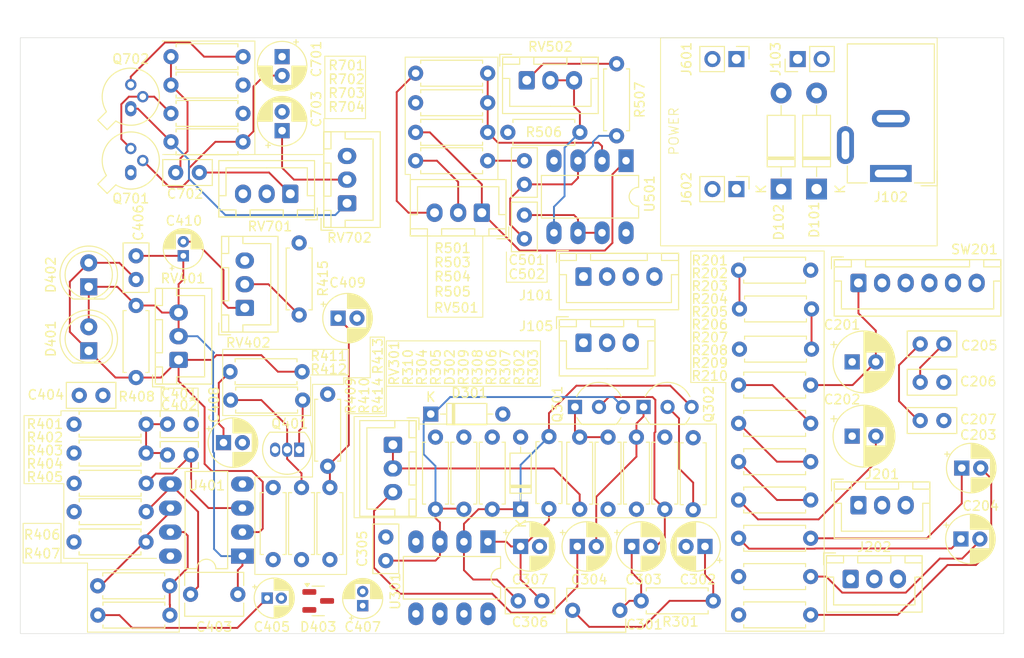
<source format=kicad_pcb>
(kicad_pcb (version 20240108) (generator "pcbnew") (generator_version "8.0")
  (layers (0 "F.Cu" signal) (31 "B.Cu" signal) (34 "B.Paste" user) (35 "F.Paste" user) (36 "B.SilkS" user "B.Silkscreen") (37 "F.SilkS" user "F.Silkscreen") (38 "B.Mask" user) (39 "F.Mask" user) (44 "Edge.Cuts" user))
  (net 0 "")
  (net 1 "Net-(C201-Pad1)")
  (net 2 "Net-(SW201A-A)")
  (net 3 "Net-(C202-Pad1)")
  (net 4 "Net-(SW201B-A)")
  (net 5 "Net-(SW201A-B)")
  (net 6 "PREAMP_IN_P")
  (net 7 "Net-(SW201B-B)")
  (net 8 "PREAMP_IN_N")
  (net 9 "GND")
  (net 10 "Net-(Q302-B)")
  (net 11 "Net-(Q301-B)")
  (net 12 "Net-(C304-Pad1)")
  (net 13 "Net-(Q302-E)")
  (net 14 "Net-(D301-K)")
  (net 15 "VEE")
  (net 16 "Net-(C306-Pad2)")
  (net 17 "Net-(D302-K)")
  (net 18 "Net-(J101-Pin_1)")
  (net 19 "Net-(D401-A)")
  (net 20 "Net-(U401B-+)")
  (net 21 "Net-(C404-Pad2)")
  (net 22 "Net-(C405-Pad1)")
  (net 23 "Net-(C405-Pad2)")
  (net 24 "Net-(D401-K)")
  (net 25 "Net-(D403-A)")
  (net 26 "Net-(C408-Pad1)")
  (net 27 "Net-(Q401-D)")
  (net 28 "/Compressor/VBIAS")
  (net 29 "Net-(C410-Pad2)")
  (net 30 "Net-(C501-Pad1)")
  (net 31 "Net-(U501A-+)")
  (net 32 "Net-(U501B--)")
  (net 33 "Net-(Q701-B)")
  (net 35 "Net-(C702-Pad2)")
  (net 36 "Net-(C702-Pad1)")
  (net 37 "Net-(C703-Pad1)")
  (net 38 "Net-(D101-A)")
  (net 39 "VCC")
  (net 40 "Net-(D102-A)")
  (net 42 "Net-(Q301-E)")
  (net 43 "Net-(Q401-G)")
  (net 44 "Net-(Q701-C)")
  (net 45 "Net-(Q702-C)")
  (net 46 "Net-(Q702-E)")
  (net 48 "Net-(SW201A-C)")
  (net 49 "Net-(SW201B-C)")
  (net 50 "Net-(J201-Pad2)")
  (net 51 "Net-(R204-Pad1)")
  (net 52 "Net-(R206-Pad1)")
  (net 53 "Net-(R308-Pad1)")
  (net 54 "Net-(C401-Pad1)")
  (net 55 "COMP_IN")
  (net 56 "Net-(U401A-+)")
  (net 57 "Net-(U401B--)")
  (net 58 "Net-(R406-Pad1)")
  (net 59 "COMP_OUT")
  (net 60 "Net-(R415-Pad1)")
  (net 61 "Net-(J201-Pad1)")
  (net 62 "Net-(U501A--)")
  (net 63 "EQ_OUT")
  (net 64 "Net-(R505-Pad1)")
  (net 65 "Net-(U501B-+)")
  (net 66 "Net-(R507-Pad1)")
  (net 67 "FUZZ_OUT")
  (net 69 "Net-(U301B--)")
  (footprint "Capacitor_THT:C_Disc_D5.0mm_W2.5mm_P2.50mm" (layer "F.Cu") (at 150.855 156.625)
    (property "Reference" "C205")
    (property "Value" "100pF")
  )
  (footprint "Connector_JST:JST_XH_B3B-XH-A_1x03_P2.50mm_Vertical" (layer "F.Cu") (at 144.325 173.675)
    (property "Reference" "J201")
    (property "Value" "~")
  )
  (footprint "Diode_THT:D_DO-41_SOD81_P10.16mm_Horizontal" (layer "F.Cu") (at 136.15 140.25 90)
    (property "Reference" "D102")
    (property "Value" "1N5819")
  )
  (footprint "Capacitor_THT:C_Disc_D5.0mm_W2.5mm_P2.50mm" (layer "F.Cu") (at 94.35 179.54 90)
    (property "Reference" "C305")
    (property "Value" "100pF")
  )
  (footprint "Capacitor_THT:CP_Radial_D5.0mm_P2.00mm" (layer "F.Cu") (at 120.35 178.04)
    (property "Reference" "C303")
    (property "Value" "100uF")
  )
  (footprint "Connector_JST:JST_XH_B3B-XH-A_1x03_P2.50mm_Vertical" (layer "F.Cu") (at 79.435 152.81 90)
    (property "Reference" "RV402")
    (property "Value" "10k")
  )
  (footprint "Package_TO_SOT_THT:TO-92_Inline" (layer "F.Cu") (at 85.185 167.81 180)
    (property "Reference" "Q401")
    (property "Value" "2N5457")
  )
  (footprint "Capacitor_THT:CP_Radial_D6.3mm_P2.50mm" (layer "F.Cu") (at 143.660241 166.375)
    (property "Reference" "C202")
    (property "Value" "47uF")
  )
  (footprint "Resistor_THT:R_Axial_DIN0207_L6.3mm_D2.5mm_P7.62mm_Horizontal" (layer "F.Cu") (at 71.63 132.25)
    (property "Reference" "R703")
    (property "Value" "33k")
  )
  (footprint "Connector_JST:JST_XH_B3B-XH-A_1x03_P2.50mm_Vertical" (layer "F.Cu") (at 84.25 140.75 180)
    (property "Reference" "RV701")
    (property "Value" "500k")
  )
  (footprint "Resistor_THT:R_Axial_DIN0207_L6.3mm_D2.5mm_P7.62mm_Horizontal" (layer "F.Cu") (at 61.38 165.11)
    (property "Reference" "R401")
    (property "Value" "200R")
  )
  (footprint "Resistor_THT:R_Axial_DIN0207_L6.3mm_D2.5mm_P7.62mm_Horizontal" (layer "F.Cu") (at 114.85 174.1 90)
    (property "Reference" "R308")
    (property "Value" "33R")
  )
  (footprint "Package_DIP:DIP-8_W7.62mm_LongPads" (layer "F.Cu") (at 79.185 179.06 180)
    (property "Reference" "U401")
    (property "Value" "TL072")
  )
  (footprint "Resistor_THT:R_Axial_DIN0207_L6.3mm_D2.5mm_P7.62mm_Horizontal" (layer "F.Cu") (at 131.655 169.075)
    (property "Reference" "R206")
    (property "Value" "560R")
  )
  (footprint "Resistor_THT:R_Axial_DIN0207_L6.3mm_D2.5mm_P7.62mm_Horizontal" (layer "F.Cu") (at 79.25 129.25 180)
    (property "Reference" "R702")
    (property "Value" "330R")
  )
  (footprint "LED_THT:LED_D5.0mm_FlatTop" (layer "F.Cu") (at 62.935 157.35 90)
    (property "Reference" "D401")
    (property "Value" "LED")
  )
  (footprint "Resistor_THT:R_Axial_DIN0207_L6.3mm_D2.5mm_P7.62mm_Horizontal" (layer "F.Cu") (at 126.85 166.54 -90)
    (property "Reference" "R303")
    (property "Value" "47k")
  )
  (footprint "Capacitor_THT:CP_Radial_D4.0mm_P1.50mm" (layer "F.Cu") (at 72.935 147.31 90)
    (property "Reference" "C410")
    (property "Value" "10uF")
  )
  (footprint "Connector_PinHeader_2.54mm:PinHeader_1x02_P2.54mm_Vertical" (layer "F.Cu") (at 137.9 126.5 90)
    (property "Reference" "J103")
    (property "Value" "BATT_CONN")
  )
  (footprint "Capacitor_THT:C_Disc_D5.0mm_W2.5mm_P2.50mm" (layer "F.Cu") (at 108.35 183.79)
    (property "Reference" "C306")
    (property "Value" "100pF")
  )
  (footprint "Connector_BarrelJack:BarrelJack_Wuerth_6941xx301002" (layer "F.Cu") (at 147.75 138.6 180)
    (property "Reference" "J102")
    (property "Value" "Barrel_Jack")
  )
  (footprint "Resistor_THT:R_Axial_DIN0207_L6.3mm_D2.5mm_P7.62mm_Horizontal" (layer "F.Cu") (at 120.85 166.48 -90)
    (property "Reference" "R307")
    (property "Value" "15k")
  )
  (footprint "Resistor_THT:R_Axial_DIN0207_L6.3mm_D2.5mm_P7.62mm_Horizontal" (layer "F.Cu") (at 85.435 171.81 -90)
    (property "Reference" "R410")
    (property "Value" "1Meg")
  )
  (footprint "Resistor_THT:R_Axial_DIN0207_L6.3mm_D2.5mm_P7.62mm_Horizontal" (layer "F.Cu") (at 61.39 171.36)
    (property "Reference" "R403")
    (property "Value" "1Meg")
  )
  (footprint "Capacitor_THT:CP_Radial_D5.0mm_P2.00mm" (layer "F.Cu") (at 83.38 134.075 90)
    (property "Reference" "C703")
    (property "Value" "2.2uF")
  )
  (footprint "Capacitor_THT:CP_Radial_D4.0mm_P1.50mm" (layer "F.Cu") (at 91.9 184.3 90)
    (property "Reference" "C407")
    (property "Value" "10uF")
  )
  (footprint "Capacitor_THT:CP_Radial_D5.0mm_P2.00mm" (layer "F.Cu") (at 83.38 126.25 -90)
    (property "Reference" "C701")
    (property "Value" "2.2uF")
  )
  (footprint "Connector_JST:JST_XH_B3B-XH-A_1x03_P2.50mm_Vertical" (layer "F.Cu") (at 115.25 156.5)
    (property "Reference" "J105")
    (property "Value" "~")
  )
  (footprint "Resistor_THT:R_Axial_DIN0207_L6.3mm_D2.5mm_P7.62mm_Horizontal" (layer "F.Cu") (at 105.12 134.25 180)
    (property "Reference" "R504")
    (property "Value" "22k")
  )
  (footprint "Connector_JST:JST_XH_B3B-XH-A_1x03_P2.50mm_Vertical" (layer "F.Cu") (at 109.25 128.75)
    (property "Reference" "RV502")
    (property "Value" "100k")
  )
  (footprint "Resistor_THT:R_Axial_DIN0207_L6.3mm_D2.5mm_P7.62mm_Horizontal" (layer "F.Cu") (at 121.35 183.79)
    (property "Reference" "R301")
    (property "Value" "3.3k")
  )
  (footprint "Resistor_THT:R_Axial_DIN0207_L6.3mm_D2.5mm_P7.62mm_Horizontal" (layer "F.Cu") (at 105.6 166.48 -90)
    (property "Reference" "R305")
    (property "Value" "4.7k")
  )
  (footprint "Capacitor_THT:C_Disc_D5.0mm_W2.5mm_P2.50mm" (layer "F.Cu") (at 150.855 160.675)
    (property "Reference" "C206")
    (property "Value" "100pF")
  )
  (footprint "Package_DIP:DIP-8_W7.62mm_LongPads" (layer "F.Cu") (at 119.75 137.25 -90)
    (property "Reference" "U501")
    (property "Value" "TL072")
  )
  (footprint "Resistor_THT:R_Axial_DIN0207_L6.3mm_D2.5mm_P7.62mm_Horizontal" (layer "F.Cu") (at 131.655 160.975)
    (property "Reference" "R204")
    (property "Value" "3.9k")
  )
  (footprint "Resistor_THT:R_Axial_DIN0207_L6.3mm_D2.5mm_P7.62mm_Horizontal" (layer "F.Cu") (at 61.39 174.36)
    (property "Reference" "R404")
    (property "Value" "1Meg")
  )
  (footprint "Connector_JST:JST_XH_B6B-XH-A_1x06_P2.50mm_Vertical" (layer "F.Cu") (at 144.325 150.175)
    (property "Reference" "SW201")
    (property "Value" "SW_DPDT_x2")
  )
  (footprint "Package_TO_SOT_THT:TO-92_Inline_Wide" (layer "F.Cu") (at 114.35 163.29)
    (property "Reference" "Q301")
    (property "Value" "2N3906")
  )
  (footprint "Connector_JST:JST_XH_B3B-XH-A_1x03_P2.50mm_Vertical" (layer "F.Cu") (at 143.5 181.475)
    (property "Reference" "J202")
    (property "Value" "XLR3")
  )
  (footprint "Resistor_THT:R_Axial_DIN0207_L6.3mm_D2.5mm_P7.62mm_Horizontal" (layer "F.Cu") (at 99.6 174.1 90)
    (property "Reference" "R310")
    (property "Value" "22k")
  )
  (footprint "Connector_JST:JST_XH_B4B-XH-A_1x04_P2.50mm_Vertical" (layer "F.Cu") (at 115.25 149.5)
    (property "Reference" "J101")
    (property "Value" "JST XH-B4B")
  )
  (footprint "Diode_THT:D_DO-41_SOD81_P10.16mm_Horizontal" (layer "F.Cu") (at 139.9 140.25 90)
    (property "Reference" "D101")
    (property "Value" "1N5819")
  )
  (footprint "Connector_JST:JST_XH_B3B-XH-A_1x03_P2.50mm_Vertical" (layer "F.Cu") (at 72.435 158.31 90)
    (property "Reference" "RV401")
    (property "Value" "10k")
  )
  (footprint "Resistor_THT:R_Axial_DIN0207_L6.3mm_D2.5mm_P7.62mm_Horizontal" (layer "F.Cu") (at 139.365 152.925 180)
    (property "Reference" "R202")
    (property "Value" "820R")
  )
  (footprint "Resistor_THT:R_Axial_DIN0207_L6.3mm_D2.5mm_P7.62mm_Horizontal" (layer "F.Cu") (at 67.935 152.56 -90)
    (property "Reference" "R408")
    (property "Value" "5.1k")
  )
  (footprint "LED_THT:LED_D5.0mm_FlatTop" (layer "F.Cu") (at 62.935 150.585 90)
    (property "Reference" "D402")
    (property "Value" "LED")
  )
  (footprint "Resistor_THT:R_Axial_DIN0207_L6.3mm_D2.5mm_P7.62mm_Horizontal" (layer "F.Cu") (at 85.185 153.56 90)
    (property "Reference" "R415")
    (property "Value" "200R")
  )
  (footprint "Resistor_THT:R_Axial_DIN0207_L6.3mm_D2.5mm_P7.62mm_Horizontal" (layer "F.Cu") (at 117.85 166.48 -90)
    (property "Reference" "R306")
    (property "Value" "15k")
  )
  (footprint "Resistor_THT:R_Axial_DIN0207_L6.3mm_D2.5mm_P7.62mm_Horizontal" (layer "F.Cu") (at 88.435 179.43 90)
    (property "Reference" "R414")
    (property "Value" "47k")
  )
  (footprint "Resistor_THT:R_Axial_DIN0207_L6.3mm_D2.5mm_P7.62mm_Horizontal" (layer "F.Cu") (at 111.6 174.04 90)
    (property "Reference" "R309")
    (property "Value" "22k")
  )
  (footprint "Resistor_THT:R_Axial_DIN0207_L6.3mm_D2.5mm_P7.62mm_Horizontal" (layer "F.Cu") (at 123.85 166.48 -90)
    (property "Reference" "R302")
    (property "Value" "47k")
  )
  (footprint "Connector_PinHeader_2.54mm:PinHeader_1x02_P2.54mm_Vertical" (layer "F.Cu") (at 131.425 126.5 -90)
    (property "Reference" "J601")
    (property "Value" "Conn_01x02_Pin")
  )
  (footprint "Connector_JST:JST_XH_B3B-XH-A_1x03_P2.50mm_Vertical" (layer "F.Cu") (at 90.25 141.75 90)
    (property "Reference" "RV702")
    (property "Value" "1k")
  )
  (footprint "Capacitor_THT:CP_Radial_D5.0mm_P2.00mm" (layer "F.Cu") (at 155.25 169.75)
    (property "Reference" "C203")
    (property "Value" "100uF")
  )
  (footprint "Resistor_THT:R_Axial_DIN0207_L6.3mm_D2.5mm_P7.62mm_Horizontal" (layer "F.Cu") (at 85.495 159.56 180)
    (property "Reference" "R411")
    (property "Value" "22R")
  )
  (footprint "Capacitor_THT:CP_Radial_D4.0mm_P1.50mm" (layer "F.Cu") (at 81.8 183.5)
    (property "Reference" "C405")
    (property "Value" "10uF")
  )
  (footprint "Resistor_THT:R_Axial_DIN0207_L6.3mm_D2.5mm_P7.62mm_Horizontal" (layer "F.Cu") (at 88.2 169.56 90)
    (property "Reference" "R413")
    (property "Value" "39k")
  )
  (footprint "Capacitor_THT:C_Disc_D5.0mm_W2.5mm_P2.50mm" (layer "F.Cu") (at 64.435 162.06 180)
    (property "Reference" "C404")
    (property "Value" "0.22uF")
  )
  (footprint "Diode_THT:D_DO-35_SOD27_P7.62mm_Horizontal" (layer "F.Cu") (at 99.1 164.04)
    (property "Reference" "D301")
    (property "Value" "1N4148")
  )
  (footprint "Resistor_THT:R_Axial_DIN0207_L6.3mm_D2.5mm_P7.62mm_Horizontal" (layer "F.Cu") (at 131.655 148.825)
    (property "Reference" "R201")
    (property "Value" "10k")
  )
  (footprint "Capacitor_THT:C_Disc_D5.0mm_W2.5mm_P2.50mm" (layer "F.Cu") (at 109 143 -90)
    (property "Reference" "C502")
    (property "Value" "0.047uF")
  )
  (footprint "Resistor_THT:R_Axial_DIN0207_L6.3mm_D2.5mm_P7.62mm_Horizontal" (layer "F.Cu") (at 82.435 171.81 -90)
    (property "Reference" "R409")
    (property "Value" "10k")
  )
  (footprint "Package_TO_SOT_THT:TO-92_Inline_Wide" (layer "F.Cu") (at 121.6 163.29)
    (property "Reference" "Q302")
    (property "Value" "2N3906")
  )
  (footprint "Resistor_THT:R_Axial_DIN0207_L6.3mm_D2.5mm_P7.62mm_Horizontal" (layer "F.Cu") (at 71.63 135.25)
    (property "Reference" "R704")
    (property "Value" "100k")
  )
  (footprint "Package_TO_SOT_THT:TO-18-3" (layer "F.Cu") (at 67.38 138.5 90)
    (property "Reference" "Q701")
    (property "Value" "BC109")
  )
  (footprint "Package_TO_SOT_THT:TO-18-3" (layer "F.Cu") (at 67.38 131.75 90)
    (property "Reference" "Q702")
    (property "Value" "BC109")
  )
  (footprint "Diode_THT:D_DO-35_SOD27_P7.62mm_Horizontal" (layer "F.Cu") (at 108.6 174.1 90)
    (property "Reference" "D302")
    (property "Value" "1N4148")
  )
  (footprint "Capacitor_THT:CP_Radial_D5.0mm_P2.00mm" (layer "F.Cu") (at 155.164775 177.25)
    (property "Reference" "C204")
    (property "Value" "100uF")
  )
  (footprint "Package_DIP:DIP-8_W7.62mm_LongPads" (layer "F.Cu") (at 105.15 177.54 -90)
    (property "Reference" "U301")
    (property "Value" "TL072")
  )
  (footprint "Capacitor_THT:CP_Radial_D5.0mm_P2.00mm" (layer "F.Cu") (at 89.3 153.9)
    (property "Reference" "C409")
    (property "Value" "100uF")
  )
  (footprint "Resistor_THT:R_Axial_DIN0207_L6.3mm_D2.5mm_P7.62mm_Horizontal" (layer "F.Cu") (at 61.375 177.56)
    (property "Reference" "R405")
    (property "Value" "10k")
  )
  (footprint "Resistor_THT:R_Axial_DIN0207_L6.3mm_D2.5mm_P7.62mm_Horizontal" (layer "F.Cu") (at 71.63 126.25)
    (property "Reference" "R701")
    (property "Value" "8.2k")
  )
  (footprint "Capacitor_THT:CP_Radial_D5.0mm_P2.00mm" (layer "F.Cu") (at 114.6 178.04)
    (property "Reference" "C304")
    (property "Value" "100uF")
  )
  (footprint "Package_TO_SOT_SMD:SOT-23" (layer "F.Cu") (at 87.2 183.8)
    (property "Reference" "D403")
    (property "Value" "BAR43S")
  )
  (footprint "Capacitor_THT:CP_Radial_D6.3mm_P2.50mm" (layer "F.Cu") (at 143.660241 158.525)
    (property "Reference" "C201")
    (property "Value" "47uF")
  )
  (footprint "Capacitor_THT:C_Disc_D6.0mm_W4.4mm_P5.00mm" (layer "F.Cu") (at 78.7 183.1 180)
    (property "Reference" "C403")
    (property "Value" "1500pF")
  )
  (footprint "Resistor_THT:R_Axial_DIN0207_L6.3mm_D2.5mm_P7.62mm_Horizontal" (layer "F.Cu") (at 131.655 185.275)
    (property "Reference" "R210")
    (property "Value" "47k")
  )
  (footprint "Resistor_THT:R_Axial_DIN0207_L6.3mm_D2.5mm_P7.62mm_Horizontal" (layer "F.Cu") (at 61.38 168.16)
    (property "Reference" "R402")
    (property "Value" "1Meg")
  )
  (footprint "Resistor_THT:R_Axial_DIN0207_L6.3mm_D2.5mm_P7.62mm_Horizontal" (layer "F.Cu") (at 131.655 181.225)
    (property "Reference" "R209")
    (property "Value" "47k")
  )
  (footprint "Resistor_THT:R_Axial_DIN0207_L6.3mm_D2.5mm_P7.62mm_Horizontal" (layer "F.Cu") (at 71.5 182.2 180)
    (property "Reference" "R406")
    (property "Value" "39k")
  )
  (footprint "Resistor_THT:R_Axial_DIN0207_L6.3mm_D2.5mm_P7.62mm_Horizontal" (layer "F.Cu") (at 102.6 166.48 -90)
    (property "Reference" "R304")
    (property "Value" "4.7k")
  )
  (footprint "Connector_JST:JST_XH_B3B-XH-A_1x03_P2.50mm_Vertical" (layer "F.Cu") (at 95.1 167.29 -90)
    (property "Reference" "RV301")
    (property "Value" "10k")
  )
  (footprint "Capacitor_THT:C_Disc_D3.8mm_W2.6mm_P2.50mm" (layer "F.Cu") (at 71.26 165.11)
    (property "Reference" "C401")
    (property "Value" "100pF")
  )
  (footprint "Resistor_THT:R_Axial_DIN0207_L6.3mm_D2.5mm_P7.62mm_Horizontal" (layer "F.Cu") (at 97.5 128)
    (property "Reference" "R501")
    (property "Value" "22k")
  )
  (footprint "Capacitor_THT:CP_Radial_D5.0mm_P2.00mm" (layer "F.Cu") (at 77.185 167.06)
    (property "Reference" "C408")
    (property "Value" "100uF")
  )
  (footprint "Capacitor_THT:C_Disc_D6.0mm_W4.4mm_P5.00mm" (layer "F.Cu") (at 114.1 184.79)
    (property "Reference" "C301")
    (property "Value" "1nF")
  )
  (footprint "Resistor_THT:R_Axial_DIN0207_L6.3mm_D2.5mm_P7.62mm_Horizontal" (layer "F.Cu") (at 97.5 137.25)
    (property "Reference" "R505")
    (property "Value" "15k")
  )
  (footprint "Capacitor_THT:C_Disc_D5.0mm_W2.5mm_P2.50mm" (layer "F.Cu") (at 72.13 138.5)
    (property "Reference" "C702")
    (property "Value" "0.01uF")
  )
  (footprint "Resistor_THT:R_Axial_DIN0207_L6.3mm_D2.5mm_P7.62mm_Horizontal" (layer "F.Cu") (at 131.655 173.125)
    (property "Reference" "R207")
    (property "Value" "3.9k")
  )
  (footprint "Resistor_THT:R_Axial_DIN0207_L6.3mm_D2.5mm_P7.62mm_Horizontal" (layer "F.Cu") (at 139.365 157.175 180)
    (property "Reference" "R203")
    (property "Value" "10k")
  )
  (footprint "Resistor_THT:R_Axial_DIN0207_L6.3mm_D2.5mm_P7.62mm_Horizontal" (layer "F.Cu") (at 77.935 162.56)
    (property "Reference" "R412")
    (property "Value" "1Meg")
  )
  (footprint "Capacitor_THT:CP_Radial_D5.0mm_P2.00mm" (layer "F.Cu") (at 108.6 178.04)
    (property "Reference" "C307")
    (property "Value" "47uF")
  )
  (footprint "Resistor_THT:R_Axial_DIN0207_L6.3mm_D2.5mm_P7.62mm_Horizontal" (layer "F.Cu") (at 63.9 185.3)
    (property "Reference" "R407")
    (property "Value" "22R")
  )
  (footprint "Capacitor_THT:C_Disc_D5.0mm_W2.5mm_P2.50mm" (layer "F.Cu") (at 150.855 164.725)
    (property "Reference" "C207")
    (property "Value" "100pF")
  )
  (footprint "Capacitor_THT:C_Disc_D5.0mm_W2.5mm_P2.50mm" (layer "F.Cu") (at 109 137.25 -90)
    (property "Reference" "C501")
    (property "Value" "0.033uF")
  )
  (footprint "Resistor_THT:R_Axial_DIN0207_L6.3mm_D2.5mm_P7.62mm_Horizontal" (layer "F.Cu") (at 118.75 127 -90)
    (property "Reference" "R507")
    (property "Value" "1k")
  )
  (footprint "Capacitor_THT:C_Disc_D3.8mm_W2.6mm_P2.50mm" (layer "F.Cu") (at 71.26 168.36)
    (property "Reference" "C402")
    (property "Value" "0.033uF")
  )
  (footprint "Resistor_THT:R_Axial_DIN0207_L6.3mm_D2.5mm_P7.62mm_Horizontal" (layer "F.Cu") (at 131.655 177.175)
    (property "Reference" "R208")
    (property "Value" "3.3k")
  )
  (footprint "Connector_PinHeader_2.54mm:PinHeader_1x02_P2.54mm_Vertical" (layer "F.Cu") (at 131.425 140.25 -90)
    (property "Reference" "J602")
    (property "Value" "Conn_01x02_Pin")
  )
  (footprint "Capacitor_THT:C_Disc_D5.0mm_W2.5mm_P2.50mm" (layer "F.Cu") (at 67.935 149.81 90)
    (property "Reference" "C406")
    (property "Value" "0.015uF")
  )
  (footprint "Resistor_THT:R_Axial_DIN0207_L6.3mm_D2.5mm_P7.62mm_Horizontal" (layer "F.Cu") (at 107.25 134.25)
    (property "Reference" "R506")
    (property "Value" "10k")
  )
  (footprint "Resistor_THT:R_Axial_DIN0207_L6.3mm_D2.5mm_P7.62mm_Horizontal" (layer "F.Cu") (at 131.655 165.025)
    (property "Reference" "R205")
    (property "Value" "560R")
  )
  (footprint "Resistor_THT:R_Axial_DIN0207_L6.3mm_D2.5mm_P7.62mm_Horizontal" (layer "F.Cu") (at 97.5 131.12)
    (property "Reference" "R503")
    (property "Value" "220k")
  )
  (footprint "Connector_JST:JST_XH_B3B-XH-A_1x03_P2.50mm_Vertical" (layer "F.Cu") (at 104.5 142.75 180)
    (property "Reference" "RV501")
    (property "Value" "10k")
  )
  (footprint "Capacitor_THT:CP_Radial_D5.0mm_P2.00mm" (layer "F.Cu") (at 128.1 178.04 180)
    (property "Reference" "C302")
    (property "Value" "100uF")
  )
  (footprint "MountingHole:MountingHole_4.3mm_M4_DIN965" (layer "B.Cu") (at 156.7 127.25 180)
    (property "Reference" "H102" (hide yes))
    (property "Value" "MountingHole")
  )
  (footprint "MountingHole:MountingHole_4.3mm_M4_DIN965" (layer "B.Cu") (at 58.7 184.25 180)
    (property "Reference" "H103" (hide yes))
    (property "Value" "MountingHole")
  )
  (footprint "MountingHole:MountingHole_4.3mm_M4_DIN965" (layer "B.Cu") (at 58.7 127.25 180)
    (property "Reference" "H101" (hide yes))
    (property "Value" "MountingHole")
  )
  (footprint "MountingHole:MountingHole_4.3mm_M4_DIN965" (layer "B.Cu") (at 156.7 184.25 180)
    (property "Reference" "H104" (hide yes))
    (property "Value" "MountingHole")
  )
  (gr_line (start 98.75 153.8) (end 104.6 153.8) (stroke (width 0.1)) (layer "F.SilkS"))
  (gr_line (start 60 175.6) (end 60 179.8) (stroke (width 0.1)) (layer "F.SilkS"))
  (gr_line (start 92.2 132.8) (end 87.8 132.8) (stroke (width 0.1)) (layer "F.SilkS"))
  (gr_line (start 130.3 160.7) (end 126.6 160.7) (stroke (width 0.1)) (layer "F.SilkS"))
  (gr_line (start 126.6 160.7) (end 126.6 160.6) (stroke (width 0.1)) (layer "F.SilkS"))
  (gr_line (start 90.4 157.2) (end 90.2 157.2) (stroke (width 0.1)) (layer "F.SilkS"))
  (gr_line (start 86.4 159.9) (end 90.4 159.9) (stroke (width 0.1)) (layer "F.SilkS"))
  (gr_line (start 89.9 160.2) (end 89.9 160.9) (stroke (width 0.1)) (layer "F.SilkS"))
  (gr_line (start 60.3 179.3) (end 60.3 171.4) (stroke (width 0.1)) (layer "F.SilkS"))
  (gr_line (start 90.2 164) (end 94.2 164) (stroke (width 0.1)) (layer "F.SilkS"))
  (gr_line (start 94.4 164.3) (end 91 164.3) (stroke (width 0.1)) (layer "F.SilkS"))
  (gr_line (start 56 179.8) (end 56 179.2) (stroke (width 0.1)) (layer "F.SilkS"))
  (gr_line (start 60 179.8) (end 62.8 179.8) (stroke (width 0.1)) (layer "F.SilkS"))
  (gr_line (start 88.3 126.2) (end 87.9 126.2) (stroke (width 0.1)) (layer "F.SilkS"))
  (gr_line (start 92.7 155.9) (end 92.7 160.2) (stroke (width 0.1)) (layer "F.SilkS"))
  (gr_line (start 140.7 187) (end 130.3 187) (stroke (width 0.1)) (layer "F.SilkS"))
  (gr_line (start 90.4 159.9) (end 90.4 157.2) (stroke (width 0.1)) (layer "F.SilkS"))
  (gr_line (start 89.9 160.9) (end 86.6 160.9) (stroke (width 0.1)) (layer "F.SilkS"))
  (gr_line (start 87.9 126.2) (end 87.9 132.8) (stroke (width 0.1)) (layer "F.SilkS"))
  (gr_line (start 111.4 150.1) (end 111.4 147.2) (stroke (width 0.1)) (layer "F.SilkS"))
  (gr_line (start 77.1 164.2) (end 86.4 164.2) (stroke (width 0.1)) (layer "F.SilkS"))
  (gr_line (start 56 175.6) (end 60 175.6) (stroke (width 0.1)) (layer "F.SilkS"))
  (gr_line (start 96.4 126.3) (end 106.2 126.3) (stroke (width 0.1)) (layer "F.SilkS"))
  (gr_line (start 86.6 170.7) (end 80.5 170.7) (stroke (width 0.1)) (layer "F.SilkS"))
  (gr_line (start 62.8 179.8) (end 62.8 187.1) (stroke (width 0.1)) (layer "F.SilkS"))
  (gr_line (start 80.5 181) (end 90.2 181) (stroke (width 0.1)) (layer "F.SilkS"))
  (gr_line (start 56.1 171.4) (end 56.1 164.2) (stroke (width 0.1)) (layer "F.SilkS"))
  (gr_line (start 72.5 187.1) (end 72.5 180.5) (stroke (width 0.1)) (layer "F.SilkS"))
  (gr_line (start 70.1 179.3) (end 60.3 179.3) (stroke (width 0.1)) (layer "F.SilkS"))
  (gr_line (start 87.8 132.8) (end 87.8 136.6) (stroke (width 0.1)) (layer "F.SilkS"))
  (gr_line (start 72.5 180.5) (end 62.8 180.5) (stroke (width 0.1)) (layer "F.SilkS"))
  (gr_line (start 96.4 138.7) (end 96.4 126.3) (stroke (width 0.1)) (layer "F.SilkS"))
  (gr_line (start 60.3 171.4) (end 56.1 171.4) (stroke (width 0.1)) (layer "F.SilkS"))
  (gr_line (start 56 179.2) (end 56 175.6) (stroke (width 0.1)) (layer "F.SilkS"))
  (gr_line (start 106.2 126.3) (end 106.2 139.2) (stroke (width 0.1)) (layer "F.SilkS"))
  (gr_line (start 77.1 157.2) (end 77.1 164.2) (stroke (width 0.1)) (layer "F.SilkS"))
  (gr_line (start 92.2 126.2) (end 92.2 132.8) (stroke (width 0.1)) (layer "F.SilkS"))
  (gr_line (start 126.6 160.6) (end 126.6 146.8) (stroke (width 0.1)) (layer "F.SilkS"))
  (gr_line (start 60 164.2) (end 60 163.7) (stroke (width 0.1)) (layer "F.SilkS"))
  (gr_line (start 60 163.7) (end 70.49 163.7) (stroke (width 0.1)) (layer "F.SilkS"))
  (gr_line (start 107.1 150.1) (end 111.4 150.1) (stroke (width 0.1)) (layer "F.SilkS"))
  (gr_line (start 90.2 157.2) (end 77.1 157.2) (stroke (width 0.1)) (layer "F.SilkS"))
  (gr_line (start 126.6 146.8) (end 140.7 146.8) (stroke (width 0.1)) (layer "F.SilkS"))
  (gr_line (start 90.2 181) (end 90.2 164) (stroke (width 0.1)) (layer "F.SilkS"))
  (gr_line (start 91 164.3) (end 91 175) (stroke (width 0.1)) (layer "F.SilkS"))
  (gr_line (start 60 179.8) (end 56 179.8) (stroke (width 0.1)) (layer "F.SilkS"))
  (gr_line (start 88.3 126.2) (end 92.2 126.2) (stroke (width 0.1)) (layer "F.SilkS"))
  (gr_line (start 94.4 161.1) (end 94.4 164.3) (stroke (width 0.1)) (layer "F.SilkS"))
  (gr_line (start 94.2 164) (end 94.2 155.9) (stroke (width 0.1)) (layer "F.SilkS"))
  (gr_line (start 86.6 160.9) (end 86.6 170.7) (stroke (width 0.1)) (layer "F.SilkS"))
  (gr_line (start 92.7 160.2) (end 89.9 160.2) (stroke (width 0.1)) (layer "F.SilkS"))
  (gr_line (start 62.8 187.1) (end 72.5 187.1) (stroke (width 0.1)) (layer "F.SilkS"))
  (gr_rect (start 123.4 124.25) (end 152.65 146.25) (stroke (width 0.1)) (fill none) (layer "F.SilkS"))
  (gr_line (start 87.8 136.6) (end 70.76 136.6) (stroke (width 0.1)) (layer "F.SilkS"))
  (gr_line (start 140.7 146.8) (end 140.7 187) (stroke (width 0.1)) (layer "F.SilkS"))
  (gr_line (start 70.7 124.6) (end 80.5 124.6) (stroke (width 0.1)) (layer "F.SilkS"))
  (gr_line (start 96.94 138.7) (end 96.4 138.7) (stroke (width 0.1)) (layer "F.SilkS"))
  (gr_line (start 129.3 165.1) (end 97.85 165.1) (stroke (width 0.1)) (layer "F.SilkS"))
  (gr_line (start 94.2 155.9) (end 92.7 155.9) (stroke (width 0.1)) (layer "F.SilkS"))
  (gr_line (start 86.4 164.2) (end 86.4 160.1) (stroke (width 0.1)) (layer "F.SilkS"))
  (gr_line (start 56.1 164.2) (end 60 164.2) (stroke (width 0.1)) (layer "F.SilkS"))
  (gr_line (start 70.6 161.3) (end 74.5 161.3) (stroke (width 0.1)) (layer "F.SilkS"))
  (gr_line (start 129.3 175) (end 129.3 165.1) (stroke (width 0.1)) (layer "F.SilkS"))
  (gr_line (start 80.5 170.7) (end 80.5 181) (stroke (width 0.1)) (layer "F.SilkS"))
  (gr_line (start 96.94 139.24) (end 96.94 138.7) (stroke (width 0.1)) (layer "F.SilkS"))
  (gr_line (start 104.6 153.8) (end 104.6 145.2) (stroke (width 0.1)) (layer "F.SilkS"))
  (gr_line (start 80.5 124.6) (end 80.5 136.6) (stroke (width 0.1)) (layer "F.SilkS"))
  (gr_line (start 70.6 163.7) (end 70.6 161.3) (stroke (width 0.1)) (layer "F.SilkS"))
  (gr_line (start 91 175) (end 129.3 175) (stroke (width 0.1)) (layer "F.SilkS"))
  (gr_line (start 130.3 187) (end 130.3 160.7) (stroke (width 0.1)) (layer "F.SilkS"))
  (gr_line (start 74.5 161.3) (end 74.5 163.69) (stroke (width 0.1)) (layer "F.SilkS"))
  (gr_line (start 107.1 146.9) (end 107.1 150.1) (stroke (width 0.1)) (layer "F.SilkS"))
  (gr_rect (start 94.4 156.3) (end 110.7 161.1) (stroke (width 0.1)) (fill none) (layer "F.SilkS"))
  (gr_line (start 98.75 145.2) (end 98.75 153.8) (stroke (width 0.1)) (layer "F.SilkS"))
  (gr_rect (start 55.7 124.25) (end 159.7 187.25) (stroke (width 0.05)) (fill none) (layer "Edge.Cuts"))
  (gr_text "POWER" (at 125.4 136.75 90) (layer "F.SilkS") (effects (font (size 1 1) (thickness 0.1)) (justify left bottom)))
  (segment (start 143.710241 160.975) (end 146.160241 158.525) (width 0.2) (layer "F.Cu") (net 2))
  (segment (start 146.160241 158.525) (end 146.160241 155.220241) (width 0.2) (layer "F.Cu") (net 2))
  (segment (start 139.275 160.975) (end 143.710241 160.975) (width 0.2) (layer "F.Cu") (net 2))
  (segment (start 146.160241 155.220241) (end 144.325 153.385) (width 0.2) (layer "F.Cu") (net 2))
  (segment (start 144.325 153.385) (end 144.325 150.175) (width 0.2) (layer "F.Cu") (net 2))
  (segment (start 140.115 175.175) (end 146.160241 169.129759) (width 0.2) (layer "F.Cu") (net 4))
  (segment (start 131.655 173.125) (end 133.705 175.175) (width 0.2) (layer "F.Cu") (net 4))
  (segment (start 146.160241 169.129759) (end 146.160241 166.375) (width 0.2) (layer "F.Cu") (net 4))
  (segment (start 133.705 175.175) (end 140.115 175.175) (width 0.2) (layer "F.Cu") (net 4))
  (segment (start 151.564775 177.175) (end 155.25 173.489775) (width 0.2) (layer "F.Cu") (net 5))
  (segment (start 155.25 173.489775) (end 155.25 169.75) (width 0.2) (layer "F.Cu") (net 5))
  (segment (start 139.275 177.175) (end 151.564775 177.175) (width 0.2) (layer "F.Cu") (net 5))
  (segment (start 128.97 183.79) (end 128.97 181.91) (width 0.2) (layer "F.Cu") (net 6))
  (segment (start 121.6 186.54) (end 115.85 186.54) (width 0.2) (layer "F.Cu") (net 6))
  (segment (start 128.1 181.04) (end 128.1 178.04) (width 0.2) (layer "F.Cu") (net 6))
  (segment (start 124.35 183.79) (end 121.6 186.54) (width 0.2) (layer "F.Cu") (net 6))
  (segment (start 153.75 180) (end 148.475 185.275) (width 0.2) (layer "F.Cu") (net 6))
  (segment (start 150.665 164.725) (end 148.615 162.675) (width 0.2) (layer "F.Cu") (net 6))
  (segment (start 128.97 183.79) (end 124.35 183.79) (width 0.2) (layer "F.Cu") (net 6))
  (segment (start 150.855 164.725) (end 150.665 164.725) (width 0.2) (layer "F.Cu") (net 6))
  (segment (start 128.97 181.91) (end 128.1 181.04) (width 0.2) (layer "F.Cu") (net 6))
  (segment (start 115.85 186.54) (end 114.1 184.79) (width 0.2) (layer "F.Cu") (net 6))
  (segment (start 157.25 169.75) (end 158.365 170.865) (width 0.2) (layer "F.Cu") (net 6))
  (segment (start 148.615 158.865) (end 150.855 156.625) (width 0.2) (layer "F.Cu") (net 6))
  (segment (start 158.365 178.385) (end 156.75 180) (width 0.2) (layer "F.Cu") (net 6))
  (segment (start 148.615 162.675) (end 148.615 158.865) (width 0.2) (layer "F.Cu") (net 6))
  (segment (start 148.475 185.275) (end 139.275 185.275) (width 0.2) (layer "F.Cu") (net 6))
  (segment (start 158.365 170.865) (end 158.365 178.385) (width 0.2) (layer "F.Cu") (net 6))
  (segment (start 156.75 180) (end 153.75 180) (width 0.2) (layer "F.Cu") (net 6))
  (segment (start 154.164775 178.25) (end 155.164775 177.25) (width 0.2) (layer "F.Cu") (net 7))
  (segment (start 131.655 177.175) (end 132.755 178.275) (width 0.2) (layer "F.Cu") (net 7))
  (segment (start 139.755635 178.25) (end 154.164775 178.25) (width 0.2) (layer "F.Cu") (net 7))
  (segment (start 132.755 178.275) (end 139.730635 178.275) (width 0.2) (layer "F.Cu") (net 7))
  (segment (start 139.730635 178.275) (end 139.755635 178.25) (width 0.2) (layer "F.Cu") (net 7))
  (segment (start 157.164775 177.45) (end 157.164775 177.25) (width 0.2) (layer "F.Cu") (net 8))
  (segment (start 150.855 159.125) (end 150.855 160.675) (width 0.2) (layer "F.Cu") (net 8))
  (segment (start 155.289775 179.325) (end 157.164775 177.45) (width 0.2) (layer "F.Cu") (net 8))
  (segment (start 121.35 183.79) (end 121.35 181.79) (width 0.2) (layer "F.Cu") (net 8))
  (segment (start 153.355 156.625) (end 150.855 159.125) (width 0.2) (layer "F.Cu") (net 8))
  (segment (start 120.1 183.79) (end 119.1 184.79) (width 0.2) (layer "F.Cu") (net 8))
  (segment (start 149.325 182.925) (end 152.925 179.325) (width 0.2) (layer "F.Cu") (net 8))
  (segment (start 140.915 181.225) (end 142.615 182.925) (width 0.2) (layer "F.Cu") (net 8))
  (segment (start 142.615 182.925) (end 149.325 182.925) (width 0.2) (layer "F.Cu") (net 8))
  (segment (start 152.925 179.325) (end 155.289775 179.325) (width 0.2) (layer "F.Cu") (net 8))
  (segment (start 121.35 181.79) (end 120.35 180.79) (width 0.2) (layer "F.Cu") (net 8))
  (segment (start 139.275 181.225) (end 140.915 181.225) (width 0.2) (layer "F.Cu") (net 8))
  (segment (start 120.35 180.79) (end 120.35 178.04) (width 0.2) (layer "F.Cu") (net 8))
  (segment (start 121.35 183.79) (end 120.1 183.79) (width 0.2) (layer "F.Cu") (net 8))
  (segment (start 131.655 165.025) (end 135.705 169.075) (width 0.2) (layer "F.Cu") (net 9))
  (segment (start 135.705 169.075) (end 139.275 169.075) (width 0.2) (layer "F.Cu") (net 9))
  (segment (start 125.35 164.5) (end 125.35 169.79) (width 0.2) (layer "F.Cu") (net 10))
  (segment (start 124.14 163.29) (end 125.35 164.5) (width 0.2) (layer "F.Cu") (net 10))
  (segment (start 126.85 171.29) (end 126.85 174.16) (width 0.2) (layer "F.Cu") (net 10))
  (segment (start 125.35 169.79) (end 126.85 171.29) (width 0.2) (layer "F.Cu") (net 10))
  (segment (start 123.85 177.1) (end 122.91 178.04) (width 0.2) (layer "F.Cu") (net 11))
  (segment (start 122.55 162.24) (end 122.85 162.54) (width 0.2) (layer "F.Cu") (net 11))
  (segment (start 122.85 162.54) (end 122.85 165.924365) (width 0.2) (layer "F.Cu") (net 11))
  (segment (start 123.85 174.1) (end 123.85 177.1) (width 0.2) (layer "F.Cu") (net 11))
  (segment (start 116.89 163.29) (end 117.94 162.24) (width 0.2) (layer "F.Cu") (net 11))
  (segment (start 122.91 178.04) (end 122.35 178.04) (width 0.2) (layer "F.Cu") (net 11))
  (segment (start 117.94 162.24) (end 122.55 162.24) (width 0.2) (layer "F.Cu") (net 11))
  (segment (start 122.75 166.024365) (end 122.75 173) (width 0.2) (layer "F.Cu") (net 11))
  (segment (start 122.75 173) (end 123.85 174.1) (width 0.2) (layer "F.Cu") (net 11))
  (segment (start 122.85 165.924365) (end 122.75 166.024365) (width 0.2) (layer "F.Cu") (net 11))
  (segment (start 107.6 185.04) (end 105.6 183.04) (width 0.2) (layer "F.Cu") (net 12))
  (segment (start 114.6 182.29) (end 111.85 185.04) (width 0.2) (layer "F.Cu") (net 12))
  (segment (start 95.85 183.04) (end 93.1 180.29) (width 0.2) (layer "F.Cu") (net 12))
  (segment (start 105.6 183.04) (end 95.85 183.04) (width 0.2) (layer "F.Cu") (net 12))
  (segment (start 111.85 185.04) (end 107.6 185.04) (width 0.2) (layer "F.Cu") (net 12))
  (segment (start 93.1 174.29) (end 95.1 172.29) (width 0.2) (layer "F.Cu") (net 12))
  (segment (start 114.6 178.04) (end 114.6 182.29) (width 0.2) (layer "F.Cu") (net 12))
  (segment (start 93.1 180.29) (end 93.1 174.29) (width 0.2) (layer "F.Cu") (net 12))
  (segment (start 121.6 164.29) (end 120.85 165.04) (width 0.2) (layer "F.Cu") (net 13))
  (segment (start 116.6 172.79) (end 120.85 168.54) (width 0.2) (layer "F.Cu") (net 13))
  (segment (start 116.6 178.04) (end 116.6 172.79) (width 0.2) (layer "F.Cu") (net 13))
  (segment (start 121.6 163.29) (end 121.6 164.29) (width 0.2) (layer "F.Cu") (net 13))
  (segment (start 120.85 168.54) (end 120.85 166.48) (width 0.2) (layer "F.Cu") (net 13))
  (segment (start 120.85 165.04) (end 120.85 166.48) (width 0.2) (layer "F.Cu") (net 13))
  (segment (start 100.07 177.54) (end 100.07 175.51) (width 0.2) (layer "F.Cu") (net 14))
  (segment (start 99.6 175.04) (end 99.6 174.1) (width 0.2) (layer "F.Cu") (net 14))
  (segment (start 99.6 179.54) (end 100.07 179.07) (width 0.2) (layer "F.Cu") (net 14))
  (segment (start 94.35 179.54) (end 99.6 179.54) (width 0.2) (layer "F.Cu") (net 14))
  (segment (start 100.07 175.51) (end 99.6 175.04) (width 0.2) (layer "F.Cu") (net 14))
  (segment (start 102.1 174.04) (end 99.1 174.04) (width 0.2) (layer "F.Cu") (net 14))
  (segment (start 100.07 179.07) (end 100.07 177.54) (width 0.2) (layer "F.Cu") (net 14))
  (segment (start 99.6 174.1) (end 99.6 169.54) (width 0.2) (layer "B.Cu") (net 14))
  (segment (start 99.6 169.54) (end 98.35 168.29) (width 0.2) (layer "B.Cu") (net 14))
  (segment (start 99.1 164.04) (end 99.35 164.04) (width 0.2) (layer "B.Cu") (net 14))
  (segment (start 101.15 162.24) (end 118.38 162.24) (width 0.2) (layer "B.Cu") (net 14))
  (segment (start 118.38 162.24) (end 119.43 163.29) (width 0.2) (layer "B.Cu") (net 14))
  (segment (start 98.35 168.29) (end 98.35 164.79) (width 0.2) (layer "B.Cu") (net 14))
  (segment (start 99.35 164.04) (end 101.15 162.24) (width 0.2) (layer "B.Cu") (net 14))
  (segment (start 98.35 164.79) (end 99.1 164.04) (width 0.2) (layer "B.Cu") (net 14))
  (segment (start 110.85 183.79) (end 108.6 181.54) (width 0.2) (layer "F.Cu") (net 16))
  (segment (start 108.6 181.54) (end 108.6 178.04) (width 0.2) (layer "F.Cu") (net 16))
  (segment (start 108.6 178.04) (end 107.6 178.04) (width 0.2) (layer "F.Cu") (net 16))
  (segment (start 111.6 174.04) (end 111.6 175.29) (width 0.2) (layer "F.Cu") (net 16))
  (segment (start 108.85 178.04) (end 108.6 178.04) (width 0.2) (layer "F.Cu") (net 16))
  (segment (start 107.6 178.04) (end 107.1 177.54) (width 0.2) (layer "F.Cu") (net 16))
  (segment (start 107.1 177.54) (end 105.15 177.54) (width 0.2) (layer "F.Cu") (net 16))
  (segment (start 111.6 175.29) (end 108.85 178.04) (width 0.2) (layer "F.Cu") (net 16))
  (segment (start 106.1 181.54) (end 103.6 181.54) (width 0.2) (layer "F.Cu") (net 17))
  (segment (start 126.68 163.29) (end 124.43 161.04) (width 0.2) (layer "F.Cu") (net 17))
  (segment (start 103.6 181.54) (end 102.61 180.55) (width 0.2) (layer "F.Cu") (net 17))
  (segment (start 114.5 161.04) (end 111.6 163.94) (width 0.2) (layer "F.Cu") (net 17))
  (segment (start 104.155635 174.1) (end 102.61 175.645635) (width 0.2) (layer "F.Cu") (net 17))
  (segment (start 102.61 180.55) (end 102.61 177.54) (width 0.2) (layer "F.Cu") (net 17))
  (segment (start 124.43 161.04) (end 114.5 161.04) (width 0.2) (layer "F.Cu") (net 17))
  (segment (start 105.6 174.1) (end 104.155635 174.1) (width 0.2) (layer "F.Cu") (net 17))
  (segment (start 102.61 175.645635) (end 102.61 177.54) (width 0.2) (layer "F.Cu") (net 17))
  (segment (start 105.6 174.1) (end 108.6 174.1) (width 0.2) (layer "F.Cu") (net 17))
  (segment (start 111.6 163.94) (end 111.6 166.42) (width 0.2) (layer "F.Cu") (net 17))
  (segment (start 108.35 183.79) (end 106.1 181.54) (width 0.2) (layer "F.Cu") (net 17))
  (segment (start 108.6 169.42) (end 108.6 174.1) (width 0.2) (layer "B.Cu") (net 17))
  (segment (start 111.6 166.42) (end 108.6 169.42) (width 0.2) (layer "B.Cu") (net 17))
  (segment (start 62.935 150.585) (end 62.935 154.81) (width 0.2) (layer "F.Cu") (net 19))
  (segment (start 72.935 147.31) (end 67.935 147.31) (width 0.2) (layer "F.Cu") (net 19))
  (segment (start 65.96 150.585) (end 67.935 152.56) (width 0.2) (layer "F.Cu") (net 19))
  (segment (start 78.7 183.1) (end 78.7 180.545) (width 0.2) (layer "F.Cu") (net 19))
  (segment (start 78.7 180.545) (end 79.185 180.06) (width 0.2) (layer "F.Cu") (net 19))
  (segment (start 72.435 153.31) (end 72.435 155.81) (width 0.2) (layer "F.Cu") (net 19))
  (segment (start 72.435 150.31) (end 72.935 149.81) (width 0.2) (layer "F.Cu") (net 19))
  (segment (start 72.435 153.31) (end 72.435 150.31) (width 0.2) (layer "F.Cu") (net 19))
  (segment (start 72.935 149.81) (end 72.935 147.31) (width 0.2) (layer "F.Cu") (net 19))
  (segment (start 70.685 153.31) (end 69.935 152.56) (width 0.2) (layer "F.Cu") (net 19))
  (segment (start 72.435 153.31) (end 70.685 153.31) (width 0.2) (layer "F.Cu") (net 19))
  (segment (start 79.185 180.06) (end 79.185 179.06) (width 0.2) (layer "F.Cu") (net 19))
  (segment (start 62.935 150.585) (end 65.96 150.585) (width 0.2) (layer "F.Cu") (net 19))
  (segment (start 69.935 152.56) (end 67.935 152.56) (width 0.2) (layer "F.Cu") (net 19))
  (segment (start 76.085 168.06) (end 76.185 168.16) (width 0.2) (layer "B.Cu") (net 19))
  (segment (start 76.185 168.16) (end 76.185 178.31) (width 0.2) (layer "B.Cu") (net 19))
  (segment (start 76.185 178.31) (end 76.935 179.06) (width 0.2) (layer "B.Cu") (net 19))
  (segment (start 76.085 157.66) (end 76.085 168.06) (width 0.2) (layer "B.Cu") (net 19))
  (segment (start 74.435 155.81) (end 76.185 157.56) (width 0.2) (layer "B.Cu") (net 19))
  (segment (start 76.935 179.06) (end 79.185 179.06) (width 0.2) (layer "B.Cu") (net 19))
  (segment (start 76.185 157.56) (end 76.085 157.66) (width 0.2) (layer "B.Cu") (net 19))
  (segment (start 72.435 155.81) (end 74.435 155.81) (width 0.2) (layer "B.Cu") (net 19))
  (segment (start 73.7 183.1) (end 74.5 182.3) (width 0.2) (layer "F.Cu") (net 20))
  (segment (start 71.565 171.44) (end 71.565 171.805) (width 0.2) (layer "F.Cu") (net 20))
  (segment (start 74.5 182.3) (end 74.5 174.375) (width 0.2) (layer "F.Cu") (net 20))
  (segment (start 71.565 171.805) (end 69.01 174.36) (width 0.2) (layer "F.Cu") (net 20))
  (segment (start 74.5 174.375) (end 71.565 171.44) (width 0.2) (layer "F.Cu") (net 20))
  (segment (start 78.65 186.65) (end 81.8 183.5) (width 0.2) (layer "F.Cu") (net 22))
  (segment (start 63.9 185.3) (end 66.175 185.3) (width 0.2) (layer "F.Cu") (net 22))
  (segment (start 67.525 186.65) (end 78.65 186.65) (width 0.2) (layer "F.Cu") (net 22))
  (segment (start 66.175 185.3) (end 67.525 186.65) (width 0.2) (layer "F.Cu") (net 22))
  (segment (start 75.185 163.31) (end 75.185 169.31) (width 0.2) (layer "F.Cu") (net 24))
  (segment (start 81.335 176.16) (end 80.975 176.52) (width 0.2) (layer "F.Cu") (net 24))
  (segment (start 75.185 169.31) (end 75.935 170.06) (width 0.2) (layer "F.Cu") (net 24))
  (segment (start 82.935 159.56) (end 81.185 157.81) (width 0.2) (layer "F.Cu") (net 24))
  (segment (start 80.185 170.06) (end 81.335 171.21) (width 0.2) (layer "F.Cu") (net 24))
  (segment (start 62.935 148.045) (end 66.17 148.045) (width 0.2) (layer "F.Cu") (net 24))
  (segment (start 75.935 158.31) (end 72.435 158.31) (width 0.2) (layer "F.Cu") (net 24))
  (segment (start 81.185 157.81) (end 76.435 157.81) (width 0.2) (layer "F.Cu") (net 24))
  (segment (start 62.935 148.045) (end 60.935 150.045) (width 0.2) (layer "F.Cu") (net 24))
  (segment (start 75.935 170.06) (end 80.185 170.06) (width 0.2) (layer "F.Cu") (net 24))
  (segment (start 85.495 159.56) (end 82.935 159.56) (width 0.2) (layer "F.Cu") (net 24))
  (segment (start 76.435 157.81) (end 75.935 158.31) (width 0.2) (layer "F.Cu") (net 24))
  (segment (start 70.565 160.18) (end 72.435 158.31) (width 0.2) (layer "F.Cu") (net 24))
  (segment (start 67.935 160.18) (end 65.765 160.18) (width 0.2) (layer "F.Cu") (net 24))
  (segment (start 72.435 158.31) (end 72.435 160.56) (width 0.2) (layer "F.Cu") (net 24))
  (segment (start 72.435 160.56) (end 75.185 163.31) (width 0.2) (layer "F.Cu") (net 24))
  (segment (start 81.335 171.21) (end 81.335 176.16) (width 0.2) (layer "F.Cu") (net 24))
  (segment (start 66.17 148.045) (end 67.935 149.81) (width 0.2) (layer "F.Cu") (net 24))
  (segment (start 67.935 160.18) (end 70.565 160.18) (width 0.2) (layer "F.Cu") (net 24))
  (segment (start 60.935 155.35) (end 62.935 157.35) (width 0.2) (layer "F.Cu") (net 24))
  (segment (start 80.975 176.52) (end 79.185 176.52) (width 0.2) (layer "F.Cu") (net 24))
  (segment (start 60.935 150.045) (end 60.935 155.35) (width 0.2) (layer "F.Cu") (net 24))
  (segment (start 65.765 160.18) (end 62.935 157.35) (width 0.2) (layer "F.Cu") (net 24))
  (segment (start 76.685 160.75) (end 77.875 159.56) (width 0.2) (layer "F.Cu") (net 26))
  (segment (start 76.685 165.06) (end 76.685 160.75) (width 0.2) (layer "F.Cu") (net 26))
  (segment (start 77.185 165.56) (end 76.685 165.06) (width 0.2) (layer "F.Cu") (net 26))
  (segment (start 77.185 167.06) (end 77.185 165.56) (width 0.2) (layer "F.Cu") (net 26))
  (segment (start 85.185 165.81) (end 85.185 167.81) (width 0.2) (layer "F.Cu") (net 27))
  (segment (start 85.555 162.56) (end 85.555 165.44) (width 0.2) (layer "F.Cu") (net 27))
  (segment (start 85.555 165.44) (end 85.185 165.81) (width 0.2) (layer "F.Cu") (net 27))
  (segment (start 89.3 153.9) (end 90.435 155.035) (width 0.2) (layer "F.Cu") (net 28))
  (segment (start 88.2 169.56) (end 88.435 169.795) (width 0.2) (layer "F.Cu") (net 28))
  (segment (start 90.435 155.035) (end 90.435 167.325) (width 0.2) (layer "F.Cu") (net 28))
  (segment (start 88.435 169.795) (end 88.435 171.81) (width 0.2) (layer "F.Cu") (net 28))
  (segment (start 90.435 167.325) (end 88.2 169.56) (width 0.2) (layer "F.Cu") (net 28))
  (segment (start 77.185 148.81) (end 77.185 152.31) (width 0.2) (layer "F.Cu") (net 29))
  (segment (start 72.935 145.81) (end 74.185 145.81) (width 0.2) (layer "F.Cu") (net 29))
  (segment (start 77.185 152.31) (end 77.685 152.81) (width 0.2) (layer "F.Cu") (net 29))
  (segment (start 74.185 145.81) (end 77.185 148.81) (width 0.2) (layer "F.Cu") (net 29))
  (segment (start 77.685 152.81) (end 79.435 152.81) (width 0.2) (layer "F.Cu") (net 29))
  (segment (start 109 137.25) (end 105.12 137.25) (width 0.2) (layer "F.Cu") (net 30))
  (segment (start 109 139.75) (end 114 139.75) (width 0.2) (layer "F.Cu") (net 31))
  (segment (start 107.5 144) (end 107.5 141.25) (width 0.2) (layer "F.Cu") (net 31))
  (segment (start 107.5 141.25) (end 109 139.75) (width 0.2) (layer "F.Cu") (net 31))
  (segment (start 109 145.5) (end 107.5 144) (width 0.2) (layer "F.Cu") (net 31))
  (segment (start 114 139.75) (end 114.67 139.08) (width 0.2) (layer "F.Cu") (net 31))
  (segment (start 114.67 139.08) (end 114.67 137.25) (width 0.2) (layer "F.Cu") (net 31))
  (segment (start 116.25 135.67) (end 116.25 135.25) (width 0.2) (layer "B.Cu") (net 31))
  (segment (start 116.25 135.25) (end 116.88 134.62) (width 0.2) (layer "B.Cu") (net 31))
  (segment (start 114.67 137.25) (end 116.25 135.67) (width 0.2) (layer "B.Cu") (net 31))
  (segment (start 116.88 134.62) (end 118.75 134.62) (width 0.2) (layer "B.Cu") (net 31))
  (segment (start 117.21 144.87) (end 114.67 144.87) (width 0.2) (layer "F.Cu") (net 32))
  (segment (start 114.25 143) (end 114.67 143.42) (width 0.2) (layer "F.Cu") (net 32))
  (segment (start 109 143) (end 114.25 143) (width 0.2) (layer "F.Cu") (net 32))
  (segment (start 114.67 143.42) (end 114.67 144.87) (width 0.2) (layer "F.Cu") (net 32))
  (segment (start 68.65 137.23) (end 71.42 140) (width 0.2) (layer "F.Cu") (net 33))
  (segment (start 80.35 134.15) (end 79.25 135.25) (width 0.2) (layer "F.Cu") (net 33))
  (segment (start 76.324365 135.25) (end 79.25 135.25) (width 0.2) (layer "F.Cu") (net 33))
  (segment (start 81.5 128.25) (end 80.35 129.4) (width 0.2) (layer "F.Cu") (net 33))
  (segment (start 83.38 128.25) (end 81.5 128.25) (width 0.2) (layer "F.Cu") (net 33))
  (segment (start 73.53 139.3) (end 73.53 138.044365) (width 0.2) (layer "F.Cu") (net 33))
  (segment (start 72.83 140) (end 73.53 139.3) (width 0.2) (layer "F.Cu") (net 33))
  (segment (start 71.42 140) (end 72.83 140) (width 0.2) (layer "F.Cu") (net 33))
  (segment (start 80.35 129.4) (end 80.35 134.15) (width 0.2) (layer "F.Cu") (net 33))
  (segment (start 73.53 138.044365) (end 76.324365 135.25) (width 0.2) (layer "F.Cu") (net 33))
  (segment (start 74.63 138.5) (end 82 138.5) (width 0.2) (layer "F.Cu") (net 35))
  (segment (start 82 138.5) (end 84.25 140.75) (width 0.2) (layer "F.Cu") (net 35))
  (segment (start 71.63 129.25) (end 71.63 126.25) (width 0.2) (layer "F.Cu") (net 36))
  (segment (start 73.38 136.25) (end 73.38 131) (width 0.2) (layer "F.Cu") (net 36))
  (segment (start 72.13 138.5) (end 72.63 138) (width 0.2) (layer "F.Cu") (net 36))
  (segment (start 73.38 131) (end 71.63 129.25) (width 0.2) (layer "F.Cu") (net 36))
  (segment (start 72.63 138) (end 72.63 137) (width 0.2) (layer "F.Cu") (net 36))
  (segment (start 72.63 137) (end 73.38 136.25) (width 0.2) (layer "F.Cu") (net 36))
  (segment (start 83.38 138) (end 83.38 134.075) (width 0.2) (layer "F.Cu") (net 37))
  (segment (start 84.63 139.25) (end 83.38 138) (width 0.2) (layer "F.Cu") (net 37))
  (segment (start 90.25 139.25) (end 84.63 139.25) (width 0.2) (layer "F.Cu") (net 37))
  (segment (start 117.85 166.48) (end 114.85 166.48) (width 0.2) (layer "F.Cu") (net 42))
  (segment (start 114.35 163.29) (end 114.35 165.98) (width 0.2) (layer "F.Cu") (net 42))
  (segment (start 114.35 165.98) (end 114.85 166.48) (width 0.2) (layer "F.Cu") (net 42))
  (segment (start 83.915 168.79) (end 85.435 170.31) (width 0.2) (layer "F.Cu") (net 43))
  (segment (start 81.185 162.56) (end 77.935 162.56) (width 0.2) (layer "F.Cu") (net 43))
  (segment (start 85.435 170.31) (end 85.435 171.81) (width 0.2) (layer "F.Cu") (net 43))
  (segment (start 83.915 167.81) (end 83.915 168.79) (width 0.2) (layer "F.Cu") (net 43))
  (segment (start 83.915 167.81) (end 83.915 165.29) (width 0.2) (layer "F.Cu") (net 43))
  (segment (start 83.915 165.29) (end 81.185 162.56) (width 0.2) (layer "F.Cu") (net 43))
  (segment (start 66.38 131.277208) (end 66.38 134.96) (width 0.2) (layer "F.Cu") (net 44))
  (segment (start 66.38 134.96) (end 67.38 135.96) (width 0.2) (layer "F.Cu") (net 44))
  (segment (start 69.86 130.48) (end 71.63 132.25) (width 0.2) (layer "F.Cu") (net 44))
  (segment (start 68.65 130.48) (end 69.86 130.48) (width 0.2) (layer "F.Cu") (net 44))
  (segment (start 67.177208 130.48) (end 66.38 131.277208) (width 0.2) (layer "F.Cu") (net 44))
  (segment (start 68.65 130.48) (end 67.177208 130.48) (width 0.2) (layer "F.Cu") (net 44))
  (segment (start 73.63 124.75) (end 70.991472 124.75) (width 0.2) (layer "F.Cu") (net 45))
  (segment (start 75.13 126.25) (end 73.63 124.75) (width 0.2) (layer "F.Cu") (net 45))
  (segment (start 67.38 128.361472) (end 67.38 129.21) (width 0.2) (layer "F.Cu") (net 45))
  (segment (start 79.25 126.25) (end 75.13 126.25) (width 0.2) (layer "F.Cu") (net 45))
  (segment (start 70.991472 124.75) (end 67.38 128.361472) (width 0.2) (layer "F.Cu") (net 45))
  (segment (start 68.13 131.75) (end 71.63 135.25) (width 0.2) (layer "F.Cu") (net 46))
  (segment (start 67.38 131.75) (end 68.13 131.75) (width 0.2) (layer "F.Cu") (net 46))
  (segment (start 73.53 139.15) (end 73.53 137.15) (width 0.2) (layer "B.Cu") (net 46))
  (segment (start 90.25 141.75) (end 89 143) (width 0.2) (layer "B.Cu") (net 46))
  (segment (start 73.53 137.15) (end 71.63 135.25) (width 0.2) (layer "B.Cu") (net 46))
  (segment (start 89 143) (end 77.38 143) (width 0.2) (layer "B.Cu") (net 46))
  (segment (start 77.38 143) (end 73.53 139.15) (width 0.2) (layer "B.Cu") (net 46))
  (segment (start 131.745 148.915) (end 131.655 148.825) (width 0.2) (layer "F.Cu") (net 48))
  (segment (start 131.745 152.925) (end 131.745 148.915) (width 0.2) (layer "F.Cu") (net 48))
  (segment (start 139.365 152.925) (end 139.365 157.175) (width 0.2) (layer "F.Cu") (net 49))
  (segment (start 135.225 160.975) (end 131.655 160.975) (width 0.2) (layer "F.Cu") (net 51))
  (segment (start 139.275 165.025) (end 135.225 160.975) (width 0.2) (layer "F.Cu") (net 51))
  (segment (start 135.705 173.125) (end 139.275 173.125) (width 0.2) (layer "F.Cu") (net 52))
  (segment (start 131.655 169.075) (end 135.705 173.125) (width 0.2) (layer "F.Cu") (net 52))
  (segment (start 112.1 169.79) (end 114.85 172.54) (width 0.2) (layer "F.Cu") (net 53))
  (segment (start 114.85 174.1) (end 114.85 172.54) (width 0.2) (layer "F.Cu") (net 53))
  (segment (start 95.1 169.79) (end 112.1 169.79) (width 0.2) (layer "F.Cu") (net 53))
  (segment (start 95.1 169.79) (end 95.1 167.29) (width 0.2) (layer "F.Cu") (net 53))
  (segment (start 69 168.16) (end 71.06 168.16) (width 0.2) (layer "F.Cu") (net 54))
  (segment (start 69 165.11) (end 69 168.16) (width 0.2) (layer "F.Cu") (net 54))
  (segment (start 71.06 168.16) (end 71.26 168.36) (width 0.2) (layer "F.Cu") (net 54))
  (segment (start 71.26 165.11) (end 69 165.11) (width 0.2) (layer "F.Cu") (net 54))
  (segment (start 99.5 142.75) (end 96.75 142.75) (width 0.2) (layer "F.Cu") (net 55))
  (segment (start 95.5 141.5) (end 95.5 130) (width 0.2) (layer "F.Cu") (net 55))
  (segment (start 96.75 142.75) (end 95.5 141.5) (width 0.2) (layer "F.Cu") (net 55))
  (segment (start 95.5 130) (end 97.5 128) (width 0.2) (layer "F.Cu") (net 55))
  (segment (start 71.78 170.34) (end 70.03 170.34) (width 0.2) (layer "F.Cu") (net 56))
  (segment (start 73.76 168.36) (end 71.78 170.34) (width 0.2) (layer "F.Cu") (net 56))
  (segment (start 79.185 173.98) (end 75.605 173.98) (width 0.2) (layer "F.Cu") (net 56))
  (segment (start 75.605 173.98) (end 73.76 172.135) (width 0.2) (layer "F.Cu") (net 56))
  (segment (start 73.76 172.135) (end 73.76 168.36) (width 0.2) (layer "F.Cu") (net 56))
  (segment (start 70.03 170.34) (end 69.01 171.36) (width 0.2) (layer "F.Cu") (net 56))
  (segment (start 64.2 182.2) (end 68.84 177.56) (width 0.2) (layer "F.Cu") (net 57))
  (segment (start 68.84 177.56) (end 68.995 177.56) (width 0.2) (layer "F.Cu") (net 57))
  (segment (start 71.565 173.98) (end 71.565 174.38) (width 0.2) (layer "F.Cu") (net 57))
  (segment (start 68.995 176.95) (end 68.995 177.56) (width 0.2) (layer "F.Cu") (net 57))
  (segment (start 71.565 174.38) (end 68.995 176.95) (width 0.2) (layer "F.Cu") (net 57))
  (segment (start 63.88 182.2) (end 64.2 182.2) (width 0.2) (layer "F.Cu") (net 57))
  (segment (start 71.5 182.2) (end 71.5 184.18) (width 0.2) (layer "F.Cu") (net 58))
  (segment (start 73.4 180.3) (end 73.4 176.9) (width 0.2) (layer "F.Cu") (net 58))
  (segment (start 73.4 176.9) (end 73.02 176.52) (width 0.2) (layer "F.Cu") (net 58))
  (segment (start 71.5 184.18) (end 71.52 184.2) (width 0.2) (layer "F.Cu") (net 58))
  (segment (start 73.02 176.52) (end 71.565 176.52) (width 0.2) (layer "F.Cu") (net 58))
  (segment (start 71.5 182.2) (end 73.4 180.3) (width 0.2) (layer "F.Cu") (net 58))
  (segment (start 71.52 184.2) (end 71.52 185.3) (width 0.2) (layer "F.Cu") (net 58))
  (segment (start 79.435 150.31) (end 81.935 150.31) (width 0.2) (layer "F.Cu") (net 60))
  (segment (start 81.935 150.31) (end 85.185 153.56) (width 0.2) (layer "F.Cu") (net 60))
  (segment (start 105.12 131.12) (end 105.12 134.25) (width 0.2) (layer "F.Cu") (net 62))
  (segment (start 117.21 135.71) (end 117.21 137.25) (width 0.2) (layer "F.Cu") (net 62))
  (segment (start 106.22 135.35) (end 116.85 135.35) (width 0.2) (layer "F.Cu") (net 62))
  (segment (start 105.12 128) (end 105.12 131.12) (width 0.2) (layer "F.Cu") (net 62))
  (segment (start 116.85 135.35) (end 117.21 135.71) (width 0.2) (layer "F.Cu") (net 62))
  (segment (start 105.12 134.25) (end 106.22 135.35) (width 0.2) (layer "F.Cu") (net 62))
  (segment (start 119.75 137.25) (end 118.31 138.69) (width 0.2) (layer "F.Cu") (net 63))
  (segment (start 118.31 145.94) (end 117.5 146.75) (width 0.2) (layer "F.Cu") (net 63))
  (segment (start 118.31 138.69) (end 118.31 145.94) (width 0.2) (layer "F.Cu") (net 63))
  (segment (start 104.5 139.75) (end 99 134.25) (width 0.2) (layer "F.Cu") (net 63))
  (segment (start 104.5 142.75) (end 104.5 139.75) (width 0.2) (layer "F.Cu") (net 63))
  (segment (start 99 134.25) (end 97.5 134.25) (width 0.2) (layer "F.Cu") (net 63))
  (segment (start 108.5 146.75) (end 104.5 142.75) (width 0.2) (layer "F.Cu") (net 63))
  (segment (start 117.5 146.75) (end 108.5 146.75) (width 0.2) (layer "F.Cu") (net 63))
  (segment (start 102 139.5) (end 99.75 137.25) (width 0.2) (layer "F.Cu") (net 64))
  (segment (start 99.75 137.25) (end 97.5 137.25) (width 0.2) (layer "F.Cu") (net 64))
  (segment (start 102 142.75) (end 102 139.5) (width 0.2) (layer "F.Cu") (net 64))
  (segment (start 114.25 131.5) (end 114.87 132.12) (width 0.2) (layer "F.Cu") (net 65))
  (segment (start 111.75 128.75) (end 114.25 128.75) (width 0.2) (layer "F.Cu") (net 65))
  (segment (start 114.25 128.75) (end 114.25 131.5) (width 0.2) (layer "F.Cu") (net 65))
  (segment (start 114.87 132.12) (end 114.87 134.25) (width 0.2) (layer "F.Cu") (net 65))
  (segment (start 114.87 134.25) (end 113.25 135.87) (width 0.2) (layer "B.Cu") (net 65))
  (segment (start 113.25 135.87) (end 113.25 141) (width 0.2) (layer "B.Cu") (net 65))
  (segment (start 113.25 141) (end 112.13 142.12) (width 0.2) (layer "B.Cu") (net 65))
  (segment (start 112.13 142.12) (end 112.13 144.87) (width 0.2) (layer "B.Cu") (net 65))
  (segment (start 118.75 127) (end 111 127) (width 0.2) (layer "F.Cu") (net 66))
  (segment (start 111 127) (end 109.25 128.75) (width 0.2) (layer "F.Cu") (net 66))
)
</source>
